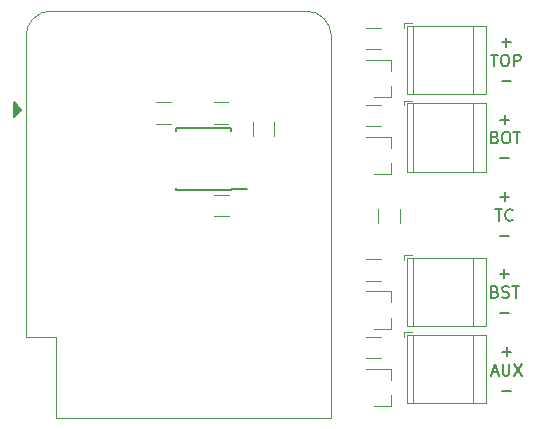
<source format=gbr>
G04 #@! TF.GenerationSoftware,KiCad,Pcbnew,5.1.4*
G04 #@! TF.CreationDate,2019-08-25T18:27:55-04:00*
G04 #@! TF.ProjectId,oven,6f76656e-2e6b-4696-9361-645f70636258,v02*
G04 #@! TF.SameCoordinates,Original*
G04 #@! TF.FileFunction,Legend,Top*
G04 #@! TF.FilePolarity,Positive*
%FSLAX46Y46*%
G04 Gerber Fmt 4.6, Leading zero omitted, Abs format (unit mm)*
G04 Created by KiCad (PCBNEW 5.1.4) date 2019-08-25 18:27:55*
%MOMM*%
%LPD*%
G04 APERTURE LIST*
%ADD10C,0.150000*%
%ADD11C,0.120000*%
G04 APERTURE END LIST*
D10*
X135649047Y-98771428D02*
X136410952Y-98771428D01*
X136030000Y-99152380D02*
X136030000Y-98390476D01*
X134791904Y-100516666D02*
X135268095Y-100516666D01*
X134696666Y-100802380D02*
X135030000Y-99802380D01*
X135363333Y-100802380D01*
X135696666Y-99802380D02*
X135696666Y-100611904D01*
X135744285Y-100707142D01*
X135791904Y-100754761D01*
X135887142Y-100802380D01*
X136077619Y-100802380D01*
X136172857Y-100754761D01*
X136220476Y-100707142D01*
X136268095Y-100611904D01*
X136268095Y-99802380D01*
X136649047Y-99802380D02*
X137315714Y-100802380D01*
X137315714Y-99802380D02*
X136649047Y-100802380D01*
X135649047Y-102071428D02*
X136410952Y-102071428D01*
X135439047Y-92191428D02*
X136200952Y-92191428D01*
X135820000Y-92572380D02*
X135820000Y-91810476D01*
X135034285Y-93698571D02*
X135177142Y-93746190D01*
X135224761Y-93793809D01*
X135272380Y-93889047D01*
X135272380Y-94031904D01*
X135224761Y-94127142D01*
X135177142Y-94174761D01*
X135081904Y-94222380D01*
X134700952Y-94222380D01*
X134700952Y-93222380D01*
X135034285Y-93222380D01*
X135129523Y-93270000D01*
X135177142Y-93317619D01*
X135224761Y-93412857D01*
X135224761Y-93508095D01*
X135177142Y-93603333D01*
X135129523Y-93650952D01*
X135034285Y-93698571D01*
X134700952Y-93698571D01*
X135653333Y-94174761D02*
X135796190Y-94222380D01*
X136034285Y-94222380D01*
X136129523Y-94174761D01*
X136177142Y-94127142D01*
X136224761Y-94031904D01*
X136224761Y-93936666D01*
X136177142Y-93841428D01*
X136129523Y-93793809D01*
X136034285Y-93746190D01*
X135843809Y-93698571D01*
X135748571Y-93650952D01*
X135700952Y-93603333D01*
X135653333Y-93508095D01*
X135653333Y-93412857D01*
X135700952Y-93317619D01*
X135748571Y-93270000D01*
X135843809Y-93222380D01*
X136081904Y-93222380D01*
X136224761Y-93270000D01*
X136510476Y-93222380D02*
X137081904Y-93222380D01*
X136796190Y-94222380D02*
X136796190Y-93222380D01*
X135439047Y-95491428D02*
X136200952Y-95491428D01*
X135470000Y-85671428D02*
X136231904Y-85671428D01*
X135850952Y-86052380D02*
X135850952Y-85290476D01*
X135065238Y-86702380D02*
X135636666Y-86702380D01*
X135350952Y-87702380D02*
X135350952Y-86702380D01*
X136541428Y-87607142D02*
X136493809Y-87654761D01*
X136350952Y-87702380D01*
X136255714Y-87702380D01*
X136112857Y-87654761D01*
X136017619Y-87559523D01*
X135970000Y-87464285D01*
X135922380Y-87273809D01*
X135922380Y-87130952D01*
X135970000Y-86940476D01*
X136017619Y-86845238D01*
X136112857Y-86750000D01*
X136255714Y-86702380D01*
X136350952Y-86702380D01*
X136493809Y-86750000D01*
X136541428Y-86797619D01*
X135470000Y-88971428D02*
X136231904Y-88971428D01*
X135489047Y-79121428D02*
X136250952Y-79121428D01*
X135870000Y-79502380D02*
X135870000Y-78740476D01*
X135036666Y-80628571D02*
X135179523Y-80676190D01*
X135227142Y-80723809D01*
X135274761Y-80819047D01*
X135274761Y-80961904D01*
X135227142Y-81057142D01*
X135179523Y-81104761D01*
X135084285Y-81152380D01*
X134703333Y-81152380D01*
X134703333Y-80152380D01*
X135036666Y-80152380D01*
X135131904Y-80200000D01*
X135179523Y-80247619D01*
X135227142Y-80342857D01*
X135227142Y-80438095D01*
X135179523Y-80533333D01*
X135131904Y-80580952D01*
X135036666Y-80628571D01*
X134703333Y-80628571D01*
X135893809Y-80152380D02*
X136084285Y-80152380D01*
X136179523Y-80200000D01*
X136274761Y-80295238D01*
X136322380Y-80485714D01*
X136322380Y-80819047D01*
X136274761Y-81009523D01*
X136179523Y-81104761D01*
X136084285Y-81152380D01*
X135893809Y-81152380D01*
X135798571Y-81104761D01*
X135703333Y-81009523D01*
X135655714Y-80819047D01*
X135655714Y-80485714D01*
X135703333Y-80295238D01*
X135798571Y-80200000D01*
X135893809Y-80152380D01*
X136608095Y-80152380D02*
X137179523Y-80152380D01*
X136893809Y-81152380D02*
X136893809Y-80152380D01*
X135489047Y-82421428D02*
X136250952Y-82421428D01*
X135629047Y-72591428D02*
X136390952Y-72591428D01*
X136010000Y-72972380D02*
X136010000Y-72210476D01*
X134700476Y-73622380D02*
X135271904Y-73622380D01*
X134986190Y-74622380D02*
X134986190Y-73622380D01*
X135795714Y-73622380D02*
X135986190Y-73622380D01*
X136081428Y-73670000D01*
X136176666Y-73765238D01*
X136224285Y-73955714D01*
X136224285Y-74289047D01*
X136176666Y-74479523D01*
X136081428Y-74574761D01*
X135986190Y-74622380D01*
X135795714Y-74622380D01*
X135700476Y-74574761D01*
X135605238Y-74479523D01*
X135557619Y-74289047D01*
X135557619Y-73955714D01*
X135605238Y-73765238D01*
X135700476Y-73670000D01*
X135795714Y-73622380D01*
X136652857Y-74622380D02*
X136652857Y-73622380D01*
X137033809Y-73622380D01*
X137129047Y-73670000D01*
X137176666Y-73717619D01*
X137224285Y-73812857D01*
X137224285Y-73955714D01*
X137176666Y-74050952D01*
X137129047Y-74098571D01*
X137033809Y-74146190D01*
X136652857Y-74146190D01*
X135629047Y-75891428D02*
X136390952Y-75891428D01*
D11*
X97870000Y-104400000D02*
X121190000Y-104400000D01*
X95330000Y-97500000D02*
X95330000Y-72070000D01*
X121190000Y-104400000D02*
X121190000Y-72070000D01*
X119070000Y-69940000D02*
X97460000Y-69940000D01*
D10*
G36*
X94290000Y-77645000D02*
G01*
X94290000Y-78915000D01*
X94925000Y-78280000D01*
X94290000Y-77645000D01*
G37*
X94290000Y-77645000D02*
X94290000Y-78915000D01*
X94925000Y-78280000D01*
X94290000Y-77645000D01*
D11*
X95330000Y-97500000D02*
X97870000Y-97500000D01*
X97870000Y-97500000D02*
X97870000Y-104400000D01*
X95330000Y-72070000D02*
G75*
G02X97460000Y-69940000I2130000J0D01*
G01*
X119060000Y-69940000D02*
G75*
G02X121190000Y-72070000I0J-2130000D01*
G01*
X128100000Y-71220000D02*
X128100000Y-77000000D01*
X133200000Y-71220000D02*
X133200000Y-77000000D01*
X134320000Y-71220000D02*
X134320000Y-77000000D01*
X127580000Y-71220000D02*
X127580000Y-77000000D01*
X134320000Y-71220000D02*
X127580000Y-71220000D01*
X134320000Y-77000000D02*
X127580000Y-77000000D01*
X127980000Y-70980000D02*
X127340000Y-70980000D01*
X127340000Y-70980000D02*
X127340000Y-71380000D01*
X112472064Y-77660000D02*
X111267936Y-77660000D01*
X112472064Y-79480000D02*
X111267936Y-79480000D01*
X126990000Y-86717936D02*
X126990000Y-87922064D01*
X125170000Y-86717936D02*
X125170000Y-87922064D01*
X111277936Y-85500000D02*
X112482064Y-85500000D01*
X111277936Y-87320000D02*
X112482064Y-87320000D01*
X116370000Y-80502064D02*
X116370000Y-79297936D01*
X114550000Y-80502064D02*
X114550000Y-79297936D01*
X107572064Y-79480000D02*
X106367936Y-79480000D01*
X107572064Y-77660000D02*
X106367936Y-77660000D01*
X128100000Y-77760000D02*
X128100000Y-83540000D01*
X133200000Y-77760000D02*
X133200000Y-83540000D01*
X134320000Y-77760000D02*
X134320000Y-83540000D01*
X127580000Y-77760000D02*
X127580000Y-83540000D01*
X134320000Y-77760000D02*
X127580000Y-77760000D01*
X134320000Y-83540000D02*
X127580000Y-83540000D01*
X127980000Y-77520000D02*
X127340000Y-77520000D01*
X127340000Y-77520000D02*
X127340000Y-77920000D01*
X127340000Y-90600000D02*
X127340000Y-91000000D01*
X127980000Y-90600000D02*
X127340000Y-90600000D01*
X134320000Y-96620000D02*
X127580000Y-96620000D01*
X134320000Y-90840000D02*
X127580000Y-90840000D01*
X127580000Y-90840000D02*
X127580000Y-96620000D01*
X134320000Y-90840000D02*
X134320000Y-96620000D01*
X133200000Y-90840000D02*
X133200000Y-96620000D01*
X128100000Y-90840000D02*
X128100000Y-96620000D01*
X127340000Y-97140000D02*
X127340000Y-97540000D01*
X127980000Y-97140000D02*
X127340000Y-97140000D01*
X134320000Y-103160000D02*
X127580000Y-103160000D01*
X134320000Y-97380000D02*
X127580000Y-97380000D01*
X127580000Y-97380000D02*
X127580000Y-103160000D01*
X134320000Y-97380000D02*
X134320000Y-103160000D01*
X133200000Y-97380000D02*
X133200000Y-103160000D01*
X128100000Y-97380000D02*
X128100000Y-103160000D01*
X126260000Y-77210000D02*
X126260000Y-76280000D01*
X126260000Y-74050000D02*
X126260000Y-74980000D01*
X126260000Y-74050000D02*
X124100000Y-74050000D01*
X126260000Y-77210000D02*
X124800000Y-77210000D01*
X126260000Y-83750000D02*
X124800000Y-83750000D01*
X126260000Y-80590000D02*
X124100000Y-80590000D01*
X126260000Y-80590000D02*
X126260000Y-81520000D01*
X126260000Y-83750000D02*
X126260000Y-82820000D01*
X126260000Y-96820000D02*
X126260000Y-95890000D01*
X126260000Y-93660000D02*
X126260000Y-94590000D01*
X126260000Y-93660000D02*
X124100000Y-93660000D01*
X126260000Y-96820000D02*
X124800000Y-96820000D01*
X126260000Y-103370000D02*
X124800000Y-103370000D01*
X126260000Y-100210000D02*
X124100000Y-100210000D01*
X126260000Y-100210000D02*
X126260000Y-101140000D01*
X126260000Y-103370000D02*
X126260000Y-102440000D01*
X125352064Y-71340000D02*
X124147936Y-71340000D01*
X125352064Y-73160000D02*
X124147936Y-73160000D01*
X125352064Y-79700000D02*
X124147936Y-79700000D01*
X125352064Y-77880000D02*
X124147936Y-77880000D01*
X125352064Y-90960000D02*
X124147936Y-90960000D01*
X125352064Y-92780000D02*
X124147936Y-92780000D01*
X125352064Y-99330000D02*
X124147936Y-99330000D01*
X125352064Y-97510000D02*
X124147936Y-97510000D01*
D10*
X112695000Y-85115000D02*
X112695000Y-84990000D01*
X108045000Y-85115000D02*
X108045000Y-84890000D01*
X108045000Y-79865000D02*
X108045000Y-80090000D01*
X112695000Y-79865000D02*
X112695000Y-80090000D01*
X112695000Y-85115000D02*
X108045000Y-85115000D01*
X112695000Y-79865000D02*
X108045000Y-79865000D01*
X112695000Y-84990000D02*
X114045000Y-84990000D01*
M02*

</source>
